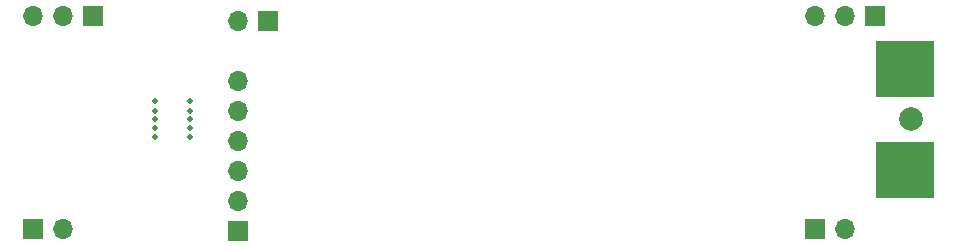
<source format=gbr>
%TF.GenerationSoftware,KiCad,Pcbnew,8.0.6*%
%TF.CreationDate,2024-11-11T23:30:30+07:00*%
%TF.ProjectId,panel,70616e65-6c2e-46b6-9963-61645f706362,rev?*%
%TF.SameCoordinates,PX6b0cc90PY5b8d800*%
%TF.FileFunction,Soldermask,Bot*%
%TF.FilePolarity,Negative*%
%FSLAX46Y46*%
G04 Gerber Fmt 4.6, Leading zero omitted, Abs format (unit mm)*
G04 Created by KiCad (PCBNEW 8.0.6) date 2024-11-11 23:30:30*
%MOMM*%
%LPD*%
G01*
G04 APERTURE LIST*
%ADD10R,1.700000X1.700000*%
%ADD11O,1.700000X1.700000*%
%ADD12C,2.000000*%
%ADD13C,0.500000*%
%ADD14R,4.900000X4.800000*%
G04 APERTURE END LIST*
D10*
%TO.C,J3*%
X27749999Y1800000D03*
D11*
X27749999Y4340000D03*
X27749999Y6880000D03*
X27749999Y9420000D03*
X27749999Y11960000D03*
X27749999Y14500000D03*
%TD*%
D12*
%TO.C,REF\u002A\u002A*%
X84749999Y11250000D03*
%TD*%
D13*
%TO.C,mouse-bite-3mm-slot*%
X20750000Y9738000D03*
X23750000Y9738000D03*
X23750000Y10488000D03*
X20750000Y10500000D03*
X20750000Y11250000D03*
X23750000Y11250000D03*
X20750000Y12000000D03*
X23750000Y12000000D03*
X20750000Y12774000D03*
X23750000Y12774000D03*
%TD*%
D10*
%TO.C,J2*%
X30289999Y19580000D03*
D11*
X27749999Y19580000D03*
%TD*%
D10*
%TO.C,J6*%
X76669999Y2000000D03*
D11*
X79209999Y2000000D03*
%TD*%
D10*
%TO.C,J4*%
X81749999Y20000000D03*
D11*
X79209999Y20000000D03*
X76669999Y20000000D03*
%TD*%
D14*
%TO.C,J1*%
X84275999Y7000000D03*
X84275999Y15500000D03*
%TD*%
D10*
%TO.C,J5*%
X15500002Y19999999D03*
D11*
X12960002Y19999999D03*
X10420002Y19999999D03*
%TD*%
D10*
%TO.C,J7*%
X10420002Y1999999D03*
D11*
X12960002Y1999999D03*
%TD*%
M02*

</source>
